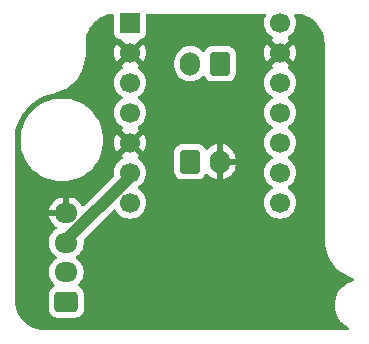
<source format=gbr>
%TF.GenerationSoftware,KiCad,Pcbnew,8.0.1*%
%TF.CreationDate,2024-07-18T22:05:32+09:00*%
%TF.ProjectId,Dribbler-20240708,44726962-626c-4657-922d-323032343037,rev?*%
%TF.SameCoordinates,Original*%
%TF.FileFunction,Copper,L2,Bot*%
%TF.FilePolarity,Positive*%
%FSLAX46Y46*%
G04 Gerber Fmt 4.6, Leading zero omitted, Abs format (unit mm)*
G04 Created by KiCad (PCBNEW 8.0.1) date 2024-07-18 22:05:32*
%MOMM*%
%LPD*%
G01*
G04 APERTURE LIST*
G04 Aperture macros list*
%AMRoundRect*
0 Rectangle with rounded corners*
0 $1 Rounding radius*
0 $2 $3 $4 $5 $6 $7 $8 $9 X,Y pos of 4 corners*
0 Add a 4 corners polygon primitive as box body*
4,1,4,$2,$3,$4,$5,$6,$7,$8,$9,$2,$3,0*
0 Add four circle primitives for the rounded corners*
1,1,$1+$1,$2,$3*
1,1,$1+$1,$4,$5*
1,1,$1+$1,$6,$7*
1,1,$1+$1,$8,$9*
0 Add four rect primitives between the rounded corners*
20,1,$1+$1,$2,$3,$4,$5,0*
20,1,$1+$1,$4,$5,$6,$7,0*
20,1,$1+$1,$6,$7,$8,$9,0*
20,1,$1+$1,$8,$9,$2,$3,0*%
G04 Aperture macros list end*
%TA.AperFunction,ComponentPad*%
%ADD10RoundRect,0.250000X-0.600000X-0.750000X0.600000X-0.750000X0.600000X0.750000X-0.600000X0.750000X0*%
%TD*%
%TA.AperFunction,ComponentPad*%
%ADD11O,1.700000X2.000000*%
%TD*%
%TA.AperFunction,ComponentPad*%
%ADD12R,1.700000X1.700000*%
%TD*%
%TA.AperFunction,ComponentPad*%
%ADD13C,1.700000*%
%TD*%
%TA.AperFunction,ComponentPad*%
%ADD14RoundRect,0.250000X0.725000X-0.600000X0.725000X0.600000X-0.725000X0.600000X-0.725000X-0.600000X0*%
%TD*%
%TA.AperFunction,ComponentPad*%
%ADD15O,1.950000X1.700000*%
%TD*%
%TA.AperFunction,ComponentPad*%
%ADD16RoundRect,0.250000X0.600000X0.750000X-0.600000X0.750000X-0.600000X-0.750000X0.600000X-0.750000X0*%
%TD*%
%TA.AperFunction,Conductor*%
%ADD17C,1.000000*%
%TD*%
G04 APERTURE END LIST*
D10*
%TO.P,VIN,1,Pin_1*%
%TO.N,VCC*%
X113750000Y-103150000D03*
D11*
%TO.P,VIN,2,Pin_2*%
%TO.N,GND*%
X116250000Y-103150000D03*
%TD*%
D12*
%TO.P,U1,1,VM*%
%TO.N,VCC*%
X108650000Y-91380000D03*
D13*
%TO.P,U1,2,GND*%
%TO.N,GND*%
X108650000Y-93920000D03*
%TO.P,U1,3,EN*%
%TO.N,EN*%
X108650000Y-96460000D03*
%TO.P,U1,4,PH*%
%TO.N,PH*%
X108650000Y-99000000D03*
%TO.P,U1,5,PMODE*%
%TO.N,GND*%
X108650000Y-101540000D03*
%TO.P,U1,6,SLEEP*%
%TO.N,+3.3V*%
X108650000Y-104080000D03*
%TO.P,U1,7,VREF*%
%TO.N,unconnected-(U1-VREF-Pad7)*%
X108650000Y-106620000D03*
%TO.P,U1,8,CS*%
%TO.N,unconnected-(U1-CS-Pad8)*%
X121350000Y-106620000D03*
%TO.P,U1,9,FAULT*%
%TO.N,unconnected-(U1-FAULT-Pad9)*%
X121350000Y-104080000D03*
%TO.P,U1,10,IMODE*%
%TO.N,unconnected-(U1-IMODE-Pad10)*%
X121350000Y-101540000D03*
%TO.P,U1,11,OUT2*%
%TO.N,OUT2*%
X121350000Y-99000000D03*
%TO.P,U1,12,OUT1*%
%TO.N,OUT1*%
X121350000Y-96460000D03*
%TO.P,U1,13,GND*%
%TO.N,GND*%
X121350000Y-93920000D03*
%TO.P,U1,14,VIN*%
%TO.N,unconnected-(U1-VIN-Pad14)*%
X121350000Y-91380000D03*
%TD*%
D14*
%TO.P,SIG/LOGIC,1,Pin_1*%
%TO.N,PH*%
X103250000Y-115000000D03*
D15*
%TO.P,SIG/LOGIC,2,Pin_2*%
%TO.N,EN*%
X103250000Y-112500000D03*
%TO.P,SIG/LOGIC,3,Pin_3*%
%TO.N,+3.3V*%
X103250000Y-110000000D03*
%TO.P,SIG/LOGIC,4,Pin_4*%
%TO.N,GND*%
X103250000Y-107500000D03*
%TD*%
D16*
%TO.P,J3,1,Pin_1*%
%TO.N,OUT1*%
X116250000Y-94850000D03*
D11*
%TO.P,J3,2,Pin_2*%
%TO.N,OUT2*%
X113750000Y-94850000D03*
%TD*%
D17*
%TO.N,+3.3V*%
X108650000Y-104417031D02*
X108650000Y-104080000D01*
X103250000Y-109817031D02*
X108650000Y-104417031D01*
X103250000Y-110000000D02*
X103250000Y-109817031D01*
%TD*%
%TA.AperFunction,Conductor*%
%TO.N,GND*%
G36*
X120091110Y-90630185D02*
G01*
X120136865Y-90682989D01*
X120146809Y-90752147D01*
X120136453Y-90786902D01*
X120117976Y-90826526D01*
X120076097Y-90916335D01*
X120076094Y-90916344D01*
X120014938Y-91144586D01*
X120014936Y-91144596D01*
X119994341Y-91379999D01*
X119994341Y-91380000D01*
X120014936Y-91615403D01*
X120014938Y-91615413D01*
X120076094Y-91843655D01*
X120076096Y-91843659D01*
X120076097Y-91843663D01*
X120129542Y-91958276D01*
X120175965Y-92057830D01*
X120175967Y-92057834D01*
X120284281Y-92212521D01*
X120311505Y-92251401D01*
X120478599Y-92418495D01*
X120664594Y-92548730D01*
X120708218Y-92603307D01*
X120715411Y-92672806D01*
X120683889Y-92735160D01*
X120664593Y-92751880D01*
X120588626Y-92805072D01*
X120588625Y-92805072D01*
X121220590Y-93437037D01*
X121157007Y-93454075D01*
X121042993Y-93519901D01*
X120949901Y-93612993D01*
X120884075Y-93727007D01*
X120867037Y-93790590D01*
X120235072Y-93158625D01*
X120176401Y-93242419D01*
X120076570Y-93456507D01*
X120076566Y-93456516D01*
X120015432Y-93684673D01*
X120015430Y-93684684D01*
X119994843Y-93919998D01*
X119994843Y-93920001D01*
X120015430Y-94155315D01*
X120015432Y-94155326D01*
X120076566Y-94383483D01*
X120076570Y-94383492D01*
X120176400Y-94597579D01*
X120176402Y-94597583D01*
X120235072Y-94681373D01*
X120235073Y-94681373D01*
X120867037Y-94049409D01*
X120884075Y-94112993D01*
X120949901Y-94227007D01*
X121042993Y-94320099D01*
X121157007Y-94385925D01*
X121220590Y-94402962D01*
X120588625Y-95034925D01*
X120664594Y-95088119D01*
X120708219Y-95142696D01*
X120715413Y-95212194D01*
X120683890Y-95274549D01*
X120664595Y-95291269D01*
X120478594Y-95421508D01*
X120311505Y-95588597D01*
X120175965Y-95782169D01*
X120175964Y-95782171D01*
X120076098Y-95996335D01*
X120076094Y-95996344D01*
X120014938Y-96224586D01*
X120014936Y-96224596D01*
X119994341Y-96459999D01*
X119994341Y-96460000D01*
X120014936Y-96695403D01*
X120014938Y-96695413D01*
X120076094Y-96923655D01*
X120076096Y-96923659D01*
X120076097Y-96923663D01*
X120092488Y-96958813D01*
X120175965Y-97137830D01*
X120175967Y-97137834D01*
X120311501Y-97331395D01*
X120311506Y-97331402D01*
X120478597Y-97498493D01*
X120478603Y-97498498D01*
X120664158Y-97628425D01*
X120707783Y-97683002D01*
X120714977Y-97752500D01*
X120683454Y-97814855D01*
X120664158Y-97831575D01*
X120478597Y-97961505D01*
X120311505Y-98128597D01*
X120175965Y-98322169D01*
X120175964Y-98322171D01*
X120076098Y-98536335D01*
X120076094Y-98536344D01*
X120014938Y-98764586D01*
X120014936Y-98764596D01*
X119994341Y-98999999D01*
X119994341Y-99000000D01*
X120014936Y-99235403D01*
X120014938Y-99235413D01*
X120076094Y-99463655D01*
X120076096Y-99463659D01*
X120076097Y-99463663D01*
X120118833Y-99555310D01*
X120175965Y-99677830D01*
X120175967Y-99677834D01*
X120311501Y-99871395D01*
X120311506Y-99871402D01*
X120478597Y-100038493D01*
X120478603Y-100038498D01*
X120664158Y-100168425D01*
X120707783Y-100223002D01*
X120714977Y-100292500D01*
X120683454Y-100354855D01*
X120664158Y-100371575D01*
X120478597Y-100501505D01*
X120311505Y-100668597D01*
X120175965Y-100862169D01*
X120175964Y-100862171D01*
X120076098Y-101076335D01*
X120076094Y-101076344D01*
X120014938Y-101304586D01*
X120014936Y-101304596D01*
X119994341Y-101539999D01*
X119994341Y-101540000D01*
X120014936Y-101775403D01*
X120014938Y-101775413D01*
X120076094Y-102003655D01*
X120076096Y-102003659D01*
X120076097Y-102003663D01*
X120130598Y-102120540D01*
X120175965Y-102217830D01*
X120175967Y-102217834D01*
X120311501Y-102411395D01*
X120311506Y-102411402D01*
X120478597Y-102578493D01*
X120478603Y-102578498D01*
X120664158Y-102708425D01*
X120707783Y-102763002D01*
X120714977Y-102832500D01*
X120683454Y-102894855D01*
X120664158Y-102911575D01*
X120478597Y-103041505D01*
X120311505Y-103208597D01*
X120175965Y-103402169D01*
X120175964Y-103402171D01*
X120076098Y-103616335D01*
X120076094Y-103616344D01*
X120014938Y-103844586D01*
X120014936Y-103844596D01*
X119994341Y-104079999D01*
X119994341Y-104080000D01*
X120014936Y-104315403D01*
X120014938Y-104315413D01*
X120076094Y-104543655D01*
X120076096Y-104543659D01*
X120076097Y-104543663D01*
X120125915Y-104650498D01*
X120175965Y-104757830D01*
X120175967Y-104757834D01*
X120311501Y-104951395D01*
X120311506Y-104951402D01*
X120478597Y-105118493D01*
X120478603Y-105118498D01*
X120664158Y-105248425D01*
X120707783Y-105303002D01*
X120714977Y-105372500D01*
X120683454Y-105434855D01*
X120664158Y-105451575D01*
X120478597Y-105581505D01*
X120311505Y-105748597D01*
X120175965Y-105942169D01*
X120175964Y-105942171D01*
X120076098Y-106156335D01*
X120076094Y-106156344D01*
X120014938Y-106384586D01*
X120014936Y-106384596D01*
X119994341Y-106619999D01*
X119994341Y-106620000D01*
X120014936Y-106855403D01*
X120014938Y-106855413D01*
X120076094Y-107083655D01*
X120076096Y-107083659D01*
X120076097Y-107083663D01*
X120157995Y-107259293D01*
X120175965Y-107297830D01*
X120175967Y-107297834D01*
X120284281Y-107452521D01*
X120311505Y-107491401D01*
X120478599Y-107658495D01*
X120514086Y-107683343D01*
X120672165Y-107794032D01*
X120672167Y-107794033D01*
X120672170Y-107794035D01*
X120886337Y-107893903D01*
X121114592Y-107955063D01*
X121302918Y-107971539D01*
X121349999Y-107975659D01*
X121350000Y-107975659D01*
X121350001Y-107975659D01*
X121389234Y-107972226D01*
X121585408Y-107955063D01*
X121813663Y-107893903D01*
X122027830Y-107794035D01*
X122221401Y-107658495D01*
X122388495Y-107491401D01*
X122524035Y-107297830D01*
X122623903Y-107083663D01*
X122685063Y-106855408D01*
X122705659Y-106620000D01*
X122685063Y-106384592D01*
X122623903Y-106156337D01*
X122524035Y-105942171D01*
X122388495Y-105748599D01*
X122388494Y-105748597D01*
X122221402Y-105581506D01*
X122221396Y-105581501D01*
X122035842Y-105451575D01*
X121992217Y-105396998D01*
X121985023Y-105327500D01*
X122016546Y-105265145D01*
X122035842Y-105248425D01*
X122058026Y-105232891D01*
X122221401Y-105118495D01*
X122388495Y-104951401D01*
X122524035Y-104757830D01*
X122623903Y-104543663D01*
X122685063Y-104315408D01*
X122705659Y-104080000D01*
X122685063Y-103844592D01*
X122623903Y-103616337D01*
X122524035Y-103402171D01*
X122482599Y-103342993D01*
X122388494Y-103208597D01*
X122221402Y-103041506D01*
X122221396Y-103041501D01*
X122035842Y-102911575D01*
X121992217Y-102856998D01*
X121985023Y-102787500D01*
X122016546Y-102725145D01*
X122035842Y-102708425D01*
X122119281Y-102650000D01*
X122221401Y-102578495D01*
X122388495Y-102411401D01*
X122524035Y-102217830D01*
X122623903Y-102003663D01*
X122685063Y-101775408D01*
X122705659Y-101540000D01*
X122685063Y-101304592D01*
X122623903Y-101076337D01*
X122524035Y-100862171D01*
X122465537Y-100778626D01*
X122388494Y-100668597D01*
X122221402Y-100501506D01*
X122221396Y-100501501D01*
X122035842Y-100371575D01*
X121992217Y-100316998D01*
X121985023Y-100247500D01*
X122016546Y-100185145D01*
X122035842Y-100168425D01*
X122058026Y-100152891D01*
X122221401Y-100038495D01*
X122388495Y-99871401D01*
X122524035Y-99677830D01*
X122623903Y-99463663D01*
X122685063Y-99235408D01*
X122705659Y-99000000D01*
X122685063Y-98764592D01*
X122623903Y-98536337D01*
X122524035Y-98322171D01*
X122516355Y-98311202D01*
X122388494Y-98128597D01*
X122221402Y-97961506D01*
X122221396Y-97961501D01*
X122035842Y-97831575D01*
X121992217Y-97776998D01*
X121985023Y-97707500D01*
X122016546Y-97645145D01*
X122035842Y-97628425D01*
X122079622Y-97597770D01*
X122221401Y-97498495D01*
X122388495Y-97331401D01*
X122524035Y-97137830D01*
X122623903Y-96923663D01*
X122685063Y-96695408D01*
X122705659Y-96460000D01*
X122685063Y-96224592D01*
X122623903Y-95996337D01*
X122524035Y-95782171D01*
X122505262Y-95755359D01*
X122388494Y-95588597D01*
X122221402Y-95421506D01*
X122221401Y-95421505D01*
X122035405Y-95291269D01*
X121991781Y-95236692D01*
X121984588Y-95167193D01*
X122016110Y-95104839D01*
X122035405Y-95088119D01*
X122111373Y-95034925D01*
X121479409Y-94402962D01*
X121542993Y-94385925D01*
X121657007Y-94320099D01*
X121750099Y-94227007D01*
X121815925Y-94112993D01*
X121832962Y-94049410D01*
X122464925Y-94681373D01*
X122464926Y-94681373D01*
X122523598Y-94597582D01*
X122523600Y-94597578D01*
X122623429Y-94383492D01*
X122623433Y-94383483D01*
X122684567Y-94155326D01*
X122684569Y-94155315D01*
X122705157Y-93920001D01*
X122705157Y-93919998D01*
X122684569Y-93684684D01*
X122684567Y-93684673D01*
X122623433Y-93456516D01*
X122623429Y-93456507D01*
X122523600Y-93242423D01*
X122523599Y-93242421D01*
X122464925Y-93158626D01*
X122464925Y-93158625D01*
X121832962Y-93790589D01*
X121815925Y-93727007D01*
X121750099Y-93612993D01*
X121657007Y-93519901D01*
X121542993Y-93454075D01*
X121479410Y-93437037D01*
X122111373Y-92805073D01*
X122111373Y-92805072D01*
X122035405Y-92751880D01*
X121991780Y-92697304D01*
X121984586Y-92627805D01*
X122016108Y-92565451D01*
X122035399Y-92548734D01*
X122221401Y-92418495D01*
X122388495Y-92251401D01*
X122524035Y-92057830D01*
X122623903Y-91843663D01*
X122685063Y-91615408D01*
X122705659Y-91380000D01*
X122685063Y-91144592D01*
X122623903Y-90916337D01*
X122565287Y-90790637D01*
X122554796Y-90721562D01*
X122583315Y-90657778D01*
X122641792Y-90619538D01*
X122685188Y-90614462D01*
X122914979Y-90628425D01*
X122929894Y-90630244D01*
X123213153Y-90682376D01*
X123227737Y-90685986D01*
X123502599Y-90772012D01*
X123516641Y-90777361D01*
X123779075Y-90896021D01*
X123792369Y-90903032D01*
X124038506Y-91052573D01*
X124050857Y-91061143D01*
X124277087Y-91239371D01*
X124288311Y-91249373D01*
X124491316Y-91453674D01*
X124501247Y-91464962D01*
X124676321Y-91690125D01*
X124678029Y-91692321D01*
X124686521Y-91704727D01*
X124834494Y-91951820D01*
X124841421Y-91965162D01*
X124958399Y-92228330D01*
X124963662Y-92242413D01*
X125047936Y-92517820D01*
X125051455Y-92532436D01*
X125101778Y-92816003D01*
X125103503Y-92830937D01*
X125119326Y-93121926D01*
X125119507Y-93129444D01*
X125119085Y-93195976D01*
X125119519Y-93202922D01*
X125119519Y-109638619D01*
X125119500Y-109638683D01*
X125119500Y-109690000D01*
X125119500Y-109861969D01*
X125122627Y-109893715D01*
X125153210Y-110204249D01*
X125220308Y-110541572D01*
X125320150Y-110870706D01*
X125386177Y-111030109D01*
X125435705Y-111149681D01*
X125451770Y-111188464D01*
X125451772Y-111188469D01*
X125613893Y-111491775D01*
X125613904Y-111491793D01*
X125804975Y-111777751D01*
X125804985Y-111777765D01*
X126023176Y-112043632D01*
X126266367Y-112286823D01*
X126266372Y-112286827D01*
X126266373Y-112286828D01*
X126532240Y-112505019D01*
X126818213Y-112696100D01*
X126818222Y-112696105D01*
X126818224Y-112696106D01*
X127121530Y-112858227D01*
X127121532Y-112858227D01*
X127121538Y-112858231D01*
X127439295Y-112989850D01*
X127547535Y-113022684D01*
X127605972Y-113060981D01*
X127634428Y-113124793D01*
X127623868Y-113193860D01*
X127577644Y-113246253D01*
X127544993Y-113260746D01*
X127382917Y-113306157D01*
X127382916Y-113306158D01*
X127119363Y-113420634D01*
X126873834Y-113569944D01*
X126650931Y-113751289D01*
X126454793Y-113961299D01*
X126289079Y-114196064D01*
X126156875Y-114451206D01*
X126060648Y-114721962D01*
X126060647Y-114721965D01*
X126002182Y-115003319D01*
X125982573Y-115290000D01*
X126002182Y-115576680D01*
X126002182Y-115576684D01*
X126002183Y-115576686D01*
X126023965Y-115681509D01*
X126060647Y-115858034D01*
X126060648Y-115858037D01*
X126156875Y-116128793D01*
X126156874Y-116128793D01*
X126289079Y-116383935D01*
X126454793Y-116618700D01*
X126523052Y-116691787D01*
X126650928Y-116828708D01*
X126873834Y-117010055D01*
X127119356Y-117159361D01*
X127119359Y-117159362D01*
X127119671Y-117159552D01*
X127166723Y-117211204D01*
X127178380Y-117280094D01*
X127150942Y-117344351D01*
X127093120Y-117383573D01*
X127055242Y-117389500D01*
X101383751Y-117389500D01*
X101376264Y-117389274D01*
X101086205Y-117371728D01*
X101071340Y-117369923D01*
X100789201Y-117318219D01*
X100774663Y-117314635D01*
X100500832Y-117229306D01*
X100486831Y-117223997D01*
X100225263Y-117106275D01*
X100212004Y-117099316D01*
X99966540Y-116950928D01*
X99954217Y-116942422D01*
X99888372Y-116890836D01*
X99728426Y-116765526D01*
X99717218Y-116755596D01*
X99514403Y-116552781D01*
X99504473Y-116541573D01*
X99327573Y-116315776D01*
X99319075Y-116303465D01*
X99170680Y-116057989D01*
X99163727Y-116044743D01*
X99046000Y-115783163D01*
X99040693Y-115769167D01*
X99035591Y-115752795D01*
X98955363Y-115495335D01*
X98951780Y-115480798D01*
X98900076Y-115198659D01*
X98898271Y-115183794D01*
X98880745Y-114894050D01*
X98880519Y-114886563D01*
X98880519Y-101373872D01*
X98880520Y-101373869D01*
X98880519Y-101310807D01*
X98880584Y-101307962D01*
X99374715Y-101307962D01*
X99393917Y-101674367D01*
X99409920Y-101775403D01*
X99451314Y-102036756D01*
X99535245Y-102349991D01*
X99546279Y-102391168D01*
X99677765Y-102733701D01*
X99844339Y-103060618D01*
X100044166Y-103368326D01*
X100074873Y-103406246D01*
X100275070Y-103653468D01*
X100534513Y-103912911D01*
X100651391Y-104007557D01*
X100819654Y-104143814D01*
X101127362Y-104343641D01*
X101127367Y-104343644D01*
X101454283Y-104510217D01*
X101796820Y-104641704D01*
X102151225Y-104736667D01*
X102513615Y-104794064D01*
X102859753Y-104812203D01*
X102880018Y-104813266D01*
X102880019Y-104813266D01*
X102880020Y-104813266D01*
X102899222Y-104812259D01*
X103246423Y-104794064D01*
X103608813Y-104736667D01*
X103963218Y-104641704D01*
X104305755Y-104510217D01*
X104632671Y-104343644D01*
X104940385Y-104143813D01*
X105225525Y-103912911D01*
X105484968Y-103653468D01*
X105715870Y-103368328D01*
X105915701Y-103060614D01*
X106082274Y-102733698D01*
X106213761Y-102391161D01*
X106308724Y-102036756D01*
X106366121Y-101674366D01*
X106385323Y-101307962D01*
X106366121Y-100941558D01*
X106308724Y-100579168D01*
X106213761Y-100224763D01*
X106082274Y-99882226D01*
X105915701Y-99555310D01*
X105715870Y-99247596D01*
X105706004Y-99235413D01*
X105546055Y-99037892D01*
X105484968Y-98962456D01*
X105225525Y-98703013D01*
X105019706Y-98536344D01*
X104940383Y-98472109D01*
X104632675Y-98272282D01*
X104305758Y-98105708D01*
X103963225Y-97974222D01*
X103963218Y-97974220D01*
X103608813Y-97879257D01*
X103608809Y-97879256D01*
X103608808Y-97879256D01*
X103246424Y-97821860D01*
X102880020Y-97802658D01*
X102880018Y-97802658D01*
X102513613Y-97821860D01*
X102151230Y-97879256D01*
X102151228Y-97879256D01*
X101796812Y-97974222D01*
X101454279Y-98105708D01*
X101127362Y-98272282D01*
X100819654Y-98472109D01*
X100534517Y-98703009D01*
X100534509Y-98703016D01*
X100275073Y-98962452D01*
X100275066Y-98962460D01*
X100044166Y-99247597D01*
X99844339Y-99555305D01*
X99677765Y-99882222D01*
X99546279Y-100224755D01*
X99451313Y-100579171D01*
X99451313Y-100579173D01*
X99393917Y-100941556D01*
X99374715Y-101307961D01*
X99374715Y-101307962D01*
X98880584Y-101307962D01*
X98880648Y-101305150D01*
X98880673Y-101304596D01*
X98896914Y-100948983D01*
X98897943Y-100937744D01*
X98946228Y-100587337D01*
X98948276Y-100576249D01*
X99028304Y-100231718D01*
X99031363Y-100220832D01*
X99142467Y-99885037D01*
X99146508Y-99874467D01*
X99232166Y-99677830D01*
X99287758Y-99550210D01*
X99292733Y-99540078D01*
X99462980Y-99230009D01*
X99468850Y-99220386D01*
X99666647Y-98927144D01*
X99673389Y-98918073D01*
X99798702Y-98764596D01*
X99897088Y-98644097D01*
X99904612Y-98635695D01*
X100152375Y-98383237D01*
X100160649Y-98375544D01*
X100430386Y-98146735D01*
X100439302Y-98139847D01*
X100728785Y-97936575D01*
X100738296Y-97930525D01*
X101045112Y-97754490D01*
X101055162Y-97749319D01*
X101376715Y-97602004D01*
X101387185Y-97597774D01*
X101720858Y-97480380D01*
X101731666Y-97477124D01*
X102076740Y-97390112D01*
X102082262Y-97388853D01*
X102248014Y-97355050D01*
X102575478Y-97254047D01*
X102891512Y-97121547D01*
X103193096Y-96958815D01*
X103477345Y-96767409D01*
X103741543Y-96549157D01*
X103983163Y-96306147D01*
X104199895Y-96040702D01*
X104389668Y-95755359D01*
X104550666Y-95452847D01*
X104681351Y-95136058D01*
X104681353Y-95136052D01*
X104780471Y-94808032D01*
X104780472Y-94808025D01*
X104780474Y-94808020D01*
X104847086Y-94471870D01*
X104880551Y-94130821D01*
X104880519Y-93959478D01*
X104880519Y-93893586D01*
X104880519Y-93113730D01*
X104880745Y-93106242D01*
X104898292Y-92816191D01*
X104900097Y-92801327D01*
X104951803Y-92519186D01*
X104955382Y-92504668D01*
X105040721Y-92230807D01*
X105046021Y-92216832D01*
X105163749Y-91955257D01*
X105170698Y-91942015D01*
X105319101Y-91696529D01*
X105327599Y-91684220D01*
X105504490Y-91458437D01*
X105514410Y-91447237D01*
X105717248Y-91244401D01*
X105728440Y-91234486D01*
X105954235Y-91057588D01*
X105966556Y-91049084D01*
X106212024Y-90900693D01*
X106225269Y-90893742D01*
X106486851Y-90776014D01*
X106500816Y-90770717D01*
X106774690Y-90685376D01*
X106789204Y-90681798D01*
X107071346Y-90630094D01*
X107086203Y-90628290D01*
X107168014Y-90623341D01*
X107236118Y-90638942D01*
X107284978Y-90688886D01*
X107299500Y-90747115D01*
X107299500Y-92277870D01*
X107299501Y-92277876D01*
X107305908Y-92337483D01*
X107356202Y-92472328D01*
X107356206Y-92472335D01*
X107442452Y-92587544D01*
X107442455Y-92587547D01*
X107557664Y-92673793D01*
X107557671Y-92673797D01*
X107602618Y-92690561D01*
X107692517Y-92724091D01*
X107752127Y-92730500D01*
X107762684Y-92730499D01*
X107829722Y-92750179D01*
X107850371Y-92766818D01*
X108520590Y-93437037D01*
X108457007Y-93454075D01*
X108342993Y-93519901D01*
X108249901Y-93612993D01*
X108184075Y-93727007D01*
X108167037Y-93790590D01*
X107535072Y-93158625D01*
X107476401Y-93242419D01*
X107376570Y-93456507D01*
X107376566Y-93456516D01*
X107315432Y-93684673D01*
X107315430Y-93684684D01*
X107294843Y-93919998D01*
X107294843Y-93920001D01*
X107315430Y-94155315D01*
X107315432Y-94155326D01*
X107376566Y-94383483D01*
X107376570Y-94383492D01*
X107476400Y-94597579D01*
X107476402Y-94597583D01*
X107535072Y-94681373D01*
X107535073Y-94681373D01*
X108167037Y-94049409D01*
X108184075Y-94112993D01*
X108249901Y-94227007D01*
X108342993Y-94320099D01*
X108457007Y-94385925D01*
X108520590Y-94402962D01*
X107888625Y-95034925D01*
X107964594Y-95088119D01*
X108008219Y-95142696D01*
X108015413Y-95212194D01*
X107983890Y-95274549D01*
X107964595Y-95291269D01*
X107778594Y-95421508D01*
X107611505Y-95588597D01*
X107475965Y-95782169D01*
X107475964Y-95782171D01*
X107376098Y-95996335D01*
X107376094Y-95996344D01*
X107314938Y-96224586D01*
X107314936Y-96224596D01*
X107294341Y-96459999D01*
X107294341Y-96460000D01*
X107314936Y-96695403D01*
X107314938Y-96695413D01*
X107376094Y-96923655D01*
X107376096Y-96923659D01*
X107376097Y-96923663D01*
X107392488Y-96958813D01*
X107475965Y-97137830D01*
X107475967Y-97137834D01*
X107611501Y-97331395D01*
X107611506Y-97331402D01*
X107778597Y-97498493D01*
X107778603Y-97498498D01*
X107964158Y-97628425D01*
X108007783Y-97683002D01*
X108014977Y-97752500D01*
X107983454Y-97814855D01*
X107964158Y-97831575D01*
X107778597Y-97961505D01*
X107611505Y-98128597D01*
X107475965Y-98322169D01*
X107475964Y-98322171D01*
X107376098Y-98536335D01*
X107376094Y-98536344D01*
X107314938Y-98764586D01*
X107314936Y-98764596D01*
X107294341Y-98999999D01*
X107294341Y-99000000D01*
X107314936Y-99235403D01*
X107314938Y-99235413D01*
X107376094Y-99463655D01*
X107376096Y-99463659D01*
X107376097Y-99463663D01*
X107418833Y-99555310D01*
X107475965Y-99677830D01*
X107475967Y-99677834D01*
X107583174Y-99830940D01*
X107611505Y-99871401D01*
X107778599Y-100038495D01*
X107964158Y-100168425D01*
X107964594Y-100168730D01*
X108008218Y-100223307D01*
X108015411Y-100292806D01*
X107983889Y-100355160D01*
X107964593Y-100371880D01*
X107888626Y-100425072D01*
X107888625Y-100425072D01*
X108520590Y-101057037D01*
X108457007Y-101074075D01*
X108342993Y-101139901D01*
X108249901Y-101232993D01*
X108184075Y-101347007D01*
X108167037Y-101410590D01*
X107535072Y-100778625D01*
X107476401Y-100862419D01*
X107376570Y-101076507D01*
X107376566Y-101076516D01*
X107315432Y-101304673D01*
X107315430Y-101304684D01*
X107294843Y-101539998D01*
X107294843Y-101540001D01*
X107315430Y-101775315D01*
X107315432Y-101775326D01*
X107376566Y-102003483D01*
X107376570Y-102003492D01*
X107476400Y-102217579D01*
X107476402Y-102217583D01*
X107535072Y-102301373D01*
X107535073Y-102301373D01*
X108167037Y-101669409D01*
X108184075Y-101732993D01*
X108249901Y-101847007D01*
X108342993Y-101940099D01*
X108457007Y-102005925D01*
X108520590Y-102022962D01*
X107888625Y-102654925D01*
X107964594Y-102708119D01*
X108008219Y-102762696D01*
X108015413Y-102832194D01*
X107983890Y-102894549D01*
X107964595Y-102911269D01*
X107778594Y-103041508D01*
X107611505Y-103208597D01*
X107475965Y-103402169D01*
X107475964Y-103402171D01*
X107376098Y-103616335D01*
X107376094Y-103616344D01*
X107314938Y-103844586D01*
X107314936Y-103844596D01*
X107294341Y-104079999D01*
X107294341Y-104080001D01*
X107311648Y-104277820D01*
X107297881Y-104346320D01*
X107275801Y-104376308D01*
X104761707Y-106890401D01*
X104700384Y-106923886D01*
X104630692Y-106918902D01*
X104574759Y-106877030D01*
X104563541Y-106859014D01*
X104529622Y-106792444D01*
X104404727Y-106620540D01*
X104404723Y-106620535D01*
X104254464Y-106470276D01*
X104254459Y-106470272D01*
X104082557Y-106345379D01*
X103893217Y-106248904D01*
X103691128Y-106183242D01*
X103500000Y-106152969D01*
X103500000Y-107095854D01*
X103433343Y-107057370D01*
X103312535Y-107025000D01*
X103187465Y-107025000D01*
X103066657Y-107057370D01*
X103000000Y-107095854D01*
X103000000Y-106152969D01*
X102808872Y-106183242D01*
X102808869Y-106183242D01*
X102606782Y-106248904D01*
X102417442Y-106345379D01*
X102245540Y-106470272D01*
X102245535Y-106470276D01*
X102095276Y-106620535D01*
X102095272Y-106620540D01*
X101970379Y-106792442D01*
X101873904Y-106981782D01*
X101808242Y-107183870D01*
X101808242Y-107183873D01*
X101797769Y-107250000D01*
X102845854Y-107250000D01*
X102807370Y-107316657D01*
X102775000Y-107437465D01*
X102775000Y-107562535D01*
X102807370Y-107683343D01*
X102845854Y-107750000D01*
X101797769Y-107750000D01*
X101808242Y-107816126D01*
X101808242Y-107816129D01*
X101873904Y-108018217D01*
X101970379Y-108207557D01*
X102095272Y-108379459D01*
X102095276Y-108379464D01*
X102245535Y-108529723D01*
X102245540Y-108529727D01*
X102410218Y-108649372D01*
X102452884Y-108704701D01*
X102458863Y-108774315D01*
X102426258Y-108836110D01*
X102410218Y-108850008D01*
X102245214Y-108969890D01*
X102245209Y-108969894D01*
X102094890Y-109120213D01*
X101969951Y-109292179D01*
X101873444Y-109481585D01*
X101807753Y-109683760D01*
X101774500Y-109893713D01*
X101774500Y-110106286D01*
X101807753Y-110316239D01*
X101873444Y-110518414D01*
X101969951Y-110707820D01*
X102094890Y-110879786D01*
X102245209Y-111030105D01*
X102245214Y-111030109D01*
X102409793Y-111149682D01*
X102452459Y-111205011D01*
X102458438Y-111274625D01*
X102425833Y-111336420D01*
X102409793Y-111350318D01*
X102245214Y-111469890D01*
X102245209Y-111469894D01*
X102094890Y-111620213D01*
X101969951Y-111792179D01*
X101873444Y-111981585D01*
X101807753Y-112183760D01*
X101774500Y-112393713D01*
X101774500Y-112606287D01*
X101807754Y-112816243D01*
X101864162Y-112989849D01*
X101873444Y-113018414D01*
X101969951Y-113207820D01*
X102094890Y-113379786D01*
X102233705Y-113518601D01*
X102267190Y-113579924D01*
X102262206Y-113649616D01*
X102220334Y-113705549D01*
X102211121Y-113711821D01*
X102056342Y-113807289D01*
X101932289Y-113931342D01*
X101840187Y-114080663D01*
X101840186Y-114080666D01*
X101785001Y-114247203D01*
X101785001Y-114247204D01*
X101785000Y-114247204D01*
X101774500Y-114349983D01*
X101774500Y-115650001D01*
X101774501Y-115650018D01*
X101785000Y-115752796D01*
X101785001Y-115752799D01*
X101840185Y-115919331D01*
X101840186Y-115919334D01*
X101932288Y-116068656D01*
X102056344Y-116192712D01*
X102205666Y-116284814D01*
X102372203Y-116339999D01*
X102474991Y-116350500D01*
X104025008Y-116350499D01*
X104127797Y-116339999D01*
X104294334Y-116284814D01*
X104443656Y-116192712D01*
X104567712Y-116068656D01*
X104659814Y-115919334D01*
X104714999Y-115752797D01*
X104725500Y-115650009D01*
X104725499Y-114349992D01*
X104720981Y-114305768D01*
X104714999Y-114247203D01*
X104714998Y-114247200D01*
X104698053Y-114196064D01*
X104659814Y-114080666D01*
X104567712Y-113931344D01*
X104443656Y-113807288D01*
X104294334Y-113715186D01*
X104294333Y-113715185D01*
X104288878Y-113711821D01*
X104242154Y-113659873D01*
X104230931Y-113590910D01*
X104258775Y-113526828D01*
X104266272Y-113518623D01*
X104405104Y-113379792D01*
X104530051Y-113207816D01*
X104626557Y-113018412D01*
X104692246Y-112816243D01*
X104725500Y-112606287D01*
X104725500Y-112393713D01*
X104692246Y-112183757D01*
X104626557Y-111981588D01*
X104530051Y-111792184D01*
X104530049Y-111792181D01*
X104530048Y-111792179D01*
X104405109Y-111620213D01*
X104254792Y-111469896D01*
X104254784Y-111469890D01*
X104090204Y-111350316D01*
X104047540Y-111294989D01*
X104041561Y-111225376D01*
X104074166Y-111163580D01*
X104090199Y-111149686D01*
X104254792Y-111030104D01*
X104405104Y-110879792D01*
X104405106Y-110879788D01*
X104405109Y-110879786D01*
X104530048Y-110707820D01*
X104530047Y-110707820D01*
X104530051Y-110707816D01*
X104626557Y-110518412D01*
X104692246Y-110316243D01*
X104725500Y-110106287D01*
X104725500Y-109893713D01*
X104716615Y-109837618D01*
X104725569Y-109768329D01*
X104751404Y-109730545D01*
X107257934Y-107224015D01*
X107319255Y-107190532D01*
X107388947Y-107195516D01*
X107444880Y-107237388D01*
X107457995Y-107259293D01*
X107475965Y-107297830D01*
X107475967Y-107297834D01*
X107584281Y-107452521D01*
X107611505Y-107491401D01*
X107778599Y-107658495D01*
X107814086Y-107683343D01*
X107972165Y-107794032D01*
X107972167Y-107794033D01*
X107972170Y-107794035D01*
X108186337Y-107893903D01*
X108414592Y-107955063D01*
X108602918Y-107971539D01*
X108649999Y-107975659D01*
X108650000Y-107975659D01*
X108650001Y-107975659D01*
X108689234Y-107972226D01*
X108885408Y-107955063D01*
X109113663Y-107893903D01*
X109327830Y-107794035D01*
X109521401Y-107658495D01*
X109688495Y-107491401D01*
X109824035Y-107297830D01*
X109923903Y-107083663D01*
X109985063Y-106855408D01*
X110005659Y-106620000D01*
X109985063Y-106384592D01*
X109923903Y-106156337D01*
X109824035Y-105942171D01*
X109688495Y-105748599D01*
X109688494Y-105748597D01*
X109521402Y-105581506D01*
X109521396Y-105581501D01*
X109335842Y-105451575D01*
X109292217Y-105396998D01*
X109285023Y-105327500D01*
X109316546Y-105265145D01*
X109335842Y-105248425D01*
X109358026Y-105232891D01*
X109521401Y-105118495D01*
X109688495Y-104951401D01*
X109824035Y-104757830D01*
X109923903Y-104543663D01*
X109985063Y-104315408D01*
X110005659Y-104080000D01*
X109994285Y-103950001D01*
X112399500Y-103950001D01*
X112399501Y-103950018D01*
X112410000Y-104052796D01*
X112410001Y-104052799D01*
X112440161Y-104143814D01*
X112465186Y-104219334D01*
X112557288Y-104368656D01*
X112681344Y-104492712D01*
X112830666Y-104584814D01*
X112997203Y-104639999D01*
X113099991Y-104650500D01*
X114400008Y-104650499D01*
X114502797Y-104639999D01*
X114669334Y-104584814D01*
X114818656Y-104492712D01*
X114942712Y-104368656D01*
X115034814Y-104219334D01*
X115034814Y-104219331D01*
X115038448Y-104213441D01*
X115090395Y-104166716D01*
X115159358Y-104155493D01*
X115223440Y-104183336D01*
X115231668Y-104190856D01*
X115370535Y-104329723D01*
X115370540Y-104329727D01*
X115542442Y-104454620D01*
X115731782Y-104551095D01*
X115933871Y-104616757D01*
X116000000Y-104627231D01*
X116000000Y-103583012D01*
X116057007Y-103615925D01*
X116184174Y-103650000D01*
X116315826Y-103650000D01*
X116442993Y-103615925D01*
X116500000Y-103583012D01*
X116500000Y-104627230D01*
X116566126Y-104616757D01*
X116566129Y-104616757D01*
X116768217Y-104551095D01*
X116957557Y-104454620D01*
X117129459Y-104329727D01*
X117129464Y-104329723D01*
X117279723Y-104179464D01*
X117279727Y-104179459D01*
X117404620Y-104007557D01*
X117501095Y-103818217D01*
X117566757Y-103616130D01*
X117566757Y-103616127D01*
X117600000Y-103406246D01*
X117600000Y-103400000D01*
X116683012Y-103400000D01*
X116715925Y-103342993D01*
X116750000Y-103215826D01*
X116750000Y-103084174D01*
X116715925Y-102957007D01*
X116683012Y-102900000D01*
X117600000Y-102900000D01*
X117600000Y-102893753D01*
X117566757Y-102683872D01*
X117566757Y-102683869D01*
X117501095Y-102481782D01*
X117404620Y-102292442D01*
X117279727Y-102120540D01*
X117279723Y-102120535D01*
X117129464Y-101970276D01*
X117129459Y-101970272D01*
X116957557Y-101845379D01*
X116768215Y-101748903D01*
X116566124Y-101683241D01*
X116500000Y-101672768D01*
X116500000Y-102716988D01*
X116442993Y-102684075D01*
X116315826Y-102650000D01*
X116184174Y-102650000D01*
X116057007Y-102684075D01*
X116000000Y-102716988D01*
X116000000Y-101672768D01*
X115999999Y-101672768D01*
X115933875Y-101683241D01*
X115731784Y-101748903D01*
X115542442Y-101845379D01*
X115370541Y-101970271D01*
X115231668Y-102109144D01*
X115170345Y-102142628D01*
X115100653Y-102137644D01*
X115044720Y-102095772D01*
X115038448Y-102086558D01*
X115007726Y-102036750D01*
X114942712Y-101931344D01*
X114818656Y-101807288D01*
X114669334Y-101715186D01*
X114502797Y-101660001D01*
X114502795Y-101660000D01*
X114400010Y-101649500D01*
X113099998Y-101649500D01*
X113099981Y-101649501D01*
X112997203Y-101660000D01*
X112997200Y-101660001D01*
X112830668Y-101715185D01*
X112830663Y-101715187D01*
X112681342Y-101807289D01*
X112557289Y-101931342D01*
X112465187Y-102080663D01*
X112465185Y-102080668D01*
X112460180Y-102095772D01*
X112410001Y-102247203D01*
X112410001Y-102247204D01*
X112410000Y-102247204D01*
X112399500Y-102349983D01*
X112399500Y-103950001D01*
X109994285Y-103950001D01*
X109985063Y-103844592D01*
X109923903Y-103616337D01*
X109824035Y-103402171D01*
X109782599Y-103342993D01*
X109688494Y-103208597D01*
X109521402Y-103041506D01*
X109521401Y-103041505D01*
X109335405Y-102911269D01*
X109291781Y-102856692D01*
X109284588Y-102787193D01*
X109316110Y-102724839D01*
X109335405Y-102708119D01*
X109411373Y-102654925D01*
X108779409Y-102022962D01*
X108842993Y-102005925D01*
X108957007Y-101940099D01*
X109050099Y-101847007D01*
X109115925Y-101732993D01*
X109132962Y-101669410D01*
X109764925Y-102301373D01*
X109764926Y-102301373D01*
X109823598Y-102217582D01*
X109823600Y-102217578D01*
X109923429Y-102003492D01*
X109923433Y-102003483D01*
X109984567Y-101775326D01*
X109984569Y-101775315D01*
X110005157Y-101540001D01*
X110005157Y-101539998D01*
X109984569Y-101304684D01*
X109984567Y-101304673D01*
X109923433Y-101076516D01*
X109923429Y-101076507D01*
X109823600Y-100862423D01*
X109823599Y-100862421D01*
X109764925Y-100778626D01*
X109764925Y-100778625D01*
X109132962Y-101410589D01*
X109115925Y-101347007D01*
X109050099Y-101232993D01*
X108957007Y-101139901D01*
X108842993Y-101074075D01*
X108779410Y-101057037D01*
X109411373Y-100425073D01*
X109411373Y-100425072D01*
X109335405Y-100371880D01*
X109291780Y-100317304D01*
X109284586Y-100247805D01*
X109316108Y-100185451D01*
X109335399Y-100168734D01*
X109521401Y-100038495D01*
X109688495Y-99871401D01*
X109824035Y-99677830D01*
X109923903Y-99463663D01*
X109985063Y-99235408D01*
X110005659Y-99000000D01*
X109985063Y-98764592D01*
X109923903Y-98536337D01*
X109824035Y-98322171D01*
X109816355Y-98311202D01*
X109688494Y-98128597D01*
X109521402Y-97961506D01*
X109521396Y-97961501D01*
X109335842Y-97831575D01*
X109292217Y-97776998D01*
X109285023Y-97707500D01*
X109316546Y-97645145D01*
X109335842Y-97628425D01*
X109379622Y-97597770D01*
X109521401Y-97498495D01*
X109688495Y-97331401D01*
X109824035Y-97137830D01*
X109923903Y-96923663D01*
X109985063Y-96695408D01*
X110005659Y-96460000D01*
X109985063Y-96224592D01*
X109923903Y-95996337D01*
X109824035Y-95782171D01*
X109805262Y-95755359D01*
X109688494Y-95588597D01*
X109521402Y-95421506D01*
X109521401Y-95421505D01*
X109335405Y-95291269D01*
X109291781Y-95236692D01*
X109284588Y-95167193D01*
X109315378Y-95106287D01*
X112399500Y-95106287D01*
X112405267Y-95142696D01*
X112431696Y-95309568D01*
X112432754Y-95316243D01*
X112466956Y-95421506D01*
X112498444Y-95518414D01*
X112594951Y-95707820D01*
X112719890Y-95879786D01*
X112870213Y-96030109D01*
X113042179Y-96155048D01*
X113042181Y-96155049D01*
X113042184Y-96155051D01*
X113231588Y-96251557D01*
X113433757Y-96317246D01*
X113643713Y-96350500D01*
X113643714Y-96350500D01*
X113856286Y-96350500D01*
X113856287Y-96350500D01*
X114066243Y-96317246D01*
X114268412Y-96251557D01*
X114457816Y-96155051D01*
X114515141Y-96113402D01*
X114629784Y-96030110D01*
X114629784Y-96030109D01*
X114629792Y-96030104D01*
X114768604Y-95891291D01*
X114829923Y-95857809D01*
X114899615Y-95862793D01*
X114955549Y-95904664D01*
X114961821Y-95913878D01*
X114965185Y-95919333D01*
X114965186Y-95919334D01*
X115057288Y-96068656D01*
X115181344Y-96192712D01*
X115330666Y-96284814D01*
X115497203Y-96339999D01*
X115599991Y-96350500D01*
X116900008Y-96350499D01*
X117002797Y-96339999D01*
X117169334Y-96284814D01*
X117318656Y-96192712D01*
X117442712Y-96068656D01*
X117534814Y-95919334D01*
X117589999Y-95752797D01*
X117600500Y-95650009D01*
X117600499Y-94049992D01*
X117589999Y-93947203D01*
X117534814Y-93780666D01*
X117442712Y-93631344D01*
X117318656Y-93507288D01*
X117169334Y-93415186D01*
X117002797Y-93360001D01*
X117002795Y-93360000D01*
X116900010Y-93349500D01*
X115599998Y-93349500D01*
X115599981Y-93349501D01*
X115497203Y-93360000D01*
X115497200Y-93360001D01*
X115330668Y-93415185D01*
X115330663Y-93415187D01*
X115181342Y-93507289D01*
X115057289Y-93631342D01*
X114961821Y-93786121D01*
X114909873Y-93832845D01*
X114840910Y-93844068D01*
X114776828Y-93816224D01*
X114768601Y-93808705D01*
X114629786Y-93669890D01*
X114457820Y-93544951D01*
X114268414Y-93448444D01*
X114268413Y-93448443D01*
X114268412Y-93448443D01*
X114066243Y-93382754D01*
X114066241Y-93382753D01*
X114066240Y-93382753D01*
X113904957Y-93357208D01*
X113856287Y-93349500D01*
X113643713Y-93349500D01*
X113595042Y-93357208D01*
X113433760Y-93382753D01*
X113231585Y-93448444D01*
X113042179Y-93544951D01*
X112870213Y-93669890D01*
X112719890Y-93820213D01*
X112594951Y-93992179D01*
X112498444Y-94181585D01*
X112432753Y-94383760D01*
X112418798Y-94471870D01*
X112399500Y-94593713D01*
X112399500Y-95106287D01*
X109315378Y-95106287D01*
X109316110Y-95104839D01*
X109335405Y-95088119D01*
X109411373Y-95034925D01*
X108779409Y-94402962D01*
X108842993Y-94385925D01*
X108957007Y-94320099D01*
X109050099Y-94227007D01*
X109115925Y-94112993D01*
X109132962Y-94049410D01*
X109764925Y-94681373D01*
X109764926Y-94681373D01*
X109823598Y-94597582D01*
X109823600Y-94597578D01*
X109923429Y-94383492D01*
X109923433Y-94383483D01*
X109984567Y-94155326D01*
X109984569Y-94155315D01*
X110005157Y-93920001D01*
X110005157Y-93919998D01*
X109984569Y-93684684D01*
X109984567Y-93684673D01*
X109923433Y-93456516D01*
X109923429Y-93456507D01*
X109823600Y-93242423D01*
X109823599Y-93242421D01*
X109764925Y-93158626D01*
X109764925Y-93158625D01*
X109132962Y-93790589D01*
X109115925Y-93727007D01*
X109050099Y-93612993D01*
X108957007Y-93519901D01*
X108842993Y-93454075D01*
X108779410Y-93437037D01*
X109449629Y-92766818D01*
X109510952Y-92733333D01*
X109537309Y-92730499D01*
X109547872Y-92730499D01*
X109607483Y-92724091D01*
X109742331Y-92673796D01*
X109857546Y-92587546D01*
X109943796Y-92472331D01*
X109994091Y-92337483D01*
X110000500Y-92277873D01*
X110000499Y-90734499D01*
X110020184Y-90667461D01*
X110072987Y-90621706D01*
X110124499Y-90610500D01*
X120024071Y-90610500D01*
X120091110Y-90630185D01*
G37*
%TD.AperFunction*%
%TD*%
M02*

</source>
